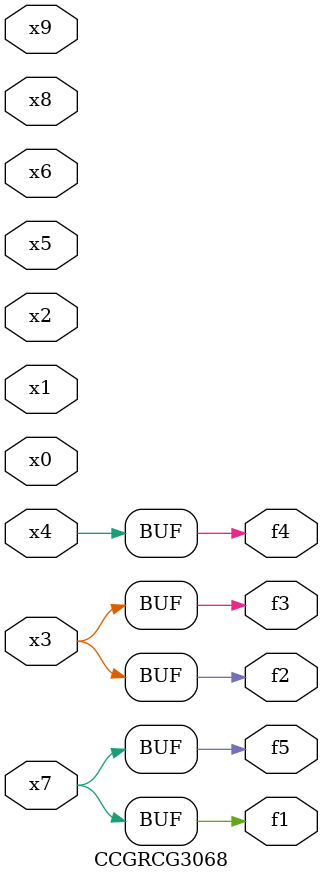
<source format=v>
module CCGRCG3068(
	input x0, x1, x2, x3, x4, x5, x6, x7, x8, x9,
	output f1, f2, f3, f4, f5
);
	assign f1 = x7;
	assign f2 = x3;
	assign f3 = x3;
	assign f4 = x4;
	assign f5 = x7;
endmodule

</source>
